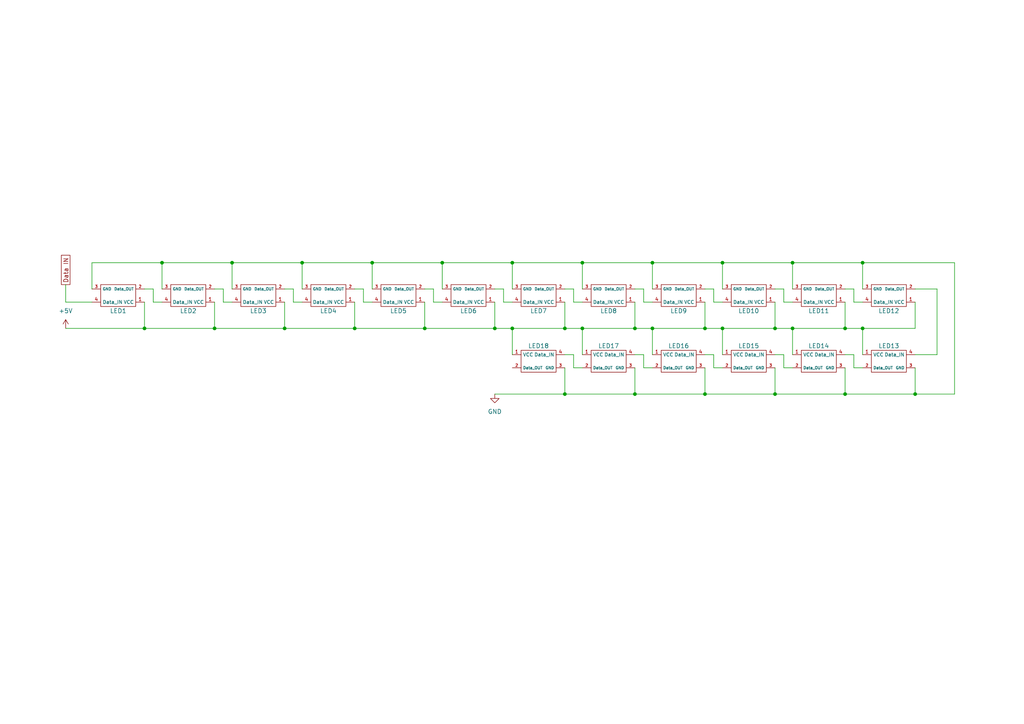
<source format=kicad_sch>
(kicad_sch (version 20231120) (generator "eeschema") (generator_version "8.0")
  (paper "A4")
  (lib_symbols
    (symbol "Custom:LED_SK6812RGBW_5050Metric_Pad1.5x1.5mm_HandSolder"
      (property "Reference" "LED" (at 0 2.54 0))
      (property "Value" "LED_SK6812RGBW_5050Metric_Pad1.5x1.5mm_HandSolder" (at 0 0 0))
      (symbol "LED_SK6812RGBW_5050Metric_Pad1.5x1.5mm_HandSolder_0_1"
        (rectangle (start -5.08 11.43) (end 5.08 5.08))
      )
      (symbol "LED_SK6812RGBW_5050Metric_Pad1.5x1.5mm_HandSolder_1_1"
        (pin input line (at -7.62 10.16 0) (length 2.54) (name "VCC") (number "1"))
        (pin output line (at -7.62 6.35 0) (length 2.54) (name "Data_OUT") (number "2"))
        (pin bidirectional line (at 7.62 6.35 180) (length 2.54) (name "GND") (number "3"))
        (pin input line (at 7.62 10.16 180) (length 2.54) (name "Data_IN") (number "4"))
      )
    )
    (symbol "LED_SK6812RGBW_5050Metric_Pad1.5x1.5mm_HandSolder_1"
      (property "Reference" "LED" (at 0 2.54 0))
      (property "Value" "LED_SK6812RGBW_5050Metric_Pad1.5x1.5mm_HandSolder_1" (at 0 0 0))
      (symbol "LED_SK6812RGBW_5050Metric_Pad1.5x1.5mm_HandSolder_1_0_1"
        (rectangle (start -5.08 11.43) (end 5.08 5.08))
      )
      (symbol "LED_SK6812RGBW_5050Metric_Pad1.5x1.5mm_HandSolder_1_1_1"
        (pin input line (at -7.62 10.16 0) (length 2.54) (name "VCC") (number "1"))
        (pin output line (at -7.62 6.35 0) (length 2.54) (name "Data_OUT") (number "2"))
        (pin bidirectional line (at 7.62 6.35 180) (length 2.54) (name "GND") (number "3"))
        (pin input line (at 7.62 10.16 180) (length 2.54) (name "Data_IN") (number "4"))
      )
    )
    (symbol "LED_SK6812RGBW_5050Metric_Pad1.5x1.5mm_HandSolder_10"
      (property "Reference" "LED" (at 0 2.54 0))
      (property "Value" "LED_SK6812RGBW_5050Metric_Pad1.5x1.5mm_HandSolder_10" (at 0 0 0))
      (symbol "LED_SK6812RGBW_5050Metric_Pad1.5x1.5mm_HandSolder_10_0_1"
        (rectangle (start -5.08 11.43) (end 5.08 5.08))
      )
      (symbol "LED_SK6812RGBW_5050Metric_Pad1.5x1.5mm_HandSolder_10_1_1"
        (pin input line (at -7.62 10.16 0) (length 2.54) (name "VCC") (number "1"))
        (pin output line (at -7.62 6.35 0) (length 2.54) (name "Data_OUT") (number "2"))
        (pin bidirectional line (at 7.62 6.35 180) (length 2.54) (name "GND") (number "3"))
        (pin input line (at 7.62 10.16 180) (length 2.54) (name "Data_IN") (number "4"))
      )
    )
    (symbol "LED_SK6812RGBW_5050Metric_Pad1.5x1.5mm_HandSolder_12"
      (property "Reference" "LED" (at 0 2.54 0))
      (property "Value" "LED_SK6812RGBW_5050Metric_Pad1.5x1.5mm_HandSolder_12" (at 0 0 0))
      (symbol "LED_SK6812RGBW_5050Metric_Pad1.5x1.5mm_HandSolder_12_0_1"
        (rectangle (start -5.08 11.43) (end 5.08 5.08))
      )
      (symbol "LED_SK6812RGBW_5050Metric_Pad1.5x1.5mm_HandSolder_12_1_1"
        (pin input line (at -7.62 10.16 0) (length 2.54) (name "VCC") (number "1"))
        (pin output line (at -7.62 6.35 0) (length 2.54) (name "Data_OUT") (number "2"))
        (pin bidirectional line (at 7.62 6.35 180) (length 2.54) (name "GND") (number "3"))
        (pin input line (at 7.62 10.16 180) (length 2.54) (name "Data_IN") (number "4"))
      )
    )
    (symbol "LED_SK6812RGBW_5050Metric_Pad1.5x1.5mm_HandSolder_13"
      (property "Reference" "LED" (at 0 2.54 0))
      (property "Value" "LED_SK6812RGBW_5050Metric_Pad1.5x1.5mm_HandSolder_13" (at 0 0 0))
      (symbol "LED_SK6812RGBW_5050Metric_Pad1.5x1.5mm_HandSolder_13_0_1"
        (rectangle (start -5.08 11.43) (end 5.08 5.08))
      )
      (symbol "LED_SK6812RGBW_5050Metric_Pad1.5x1.5mm_HandSolder_13_1_1"
        (pin input line (at -7.62 10.16 0) (length 2.54) (name "VCC") (number "1"))
        (pin output line (at -7.62 6.35 0) (length 2.54) (name "Data_OUT") (number "2"))
        (pin bidirectional line (at 7.62 6.35 180) (length 2.54) (name "GND") (number "3"))
        (pin input line (at 7.62 10.16 180) (length 2.54) (name "Data_IN") (number "4"))
      )
    )
    (symbol "LED_SK6812RGBW_5050Metric_Pad1.5x1.5mm_HandSolder_14"
      (property "Reference" "LED" (at 0 2.54 0))
      (property "Value" "LED_SK6812RGBW_5050Metric_Pad1.5x1.5mm_HandSolder_14" (at 0 0 0))
      (symbol "LED_SK6812RGBW_5050Metric_Pad1.5x1.5mm_HandSolder_14_0_1"
        (rectangle (start -5.08 11.43) (end 5.08 5.08))
      )
      (symbol "LED_SK6812RGBW_5050Metric_Pad1.5x1.5mm_HandSolder_14_1_1"
        (pin input line (at -7.62 10.16 0) (length 2.54) (name "VCC") (number "1"))
        (pin output line (at -7.62 6.35 0) (length 2.54) (name "Data_OUT") (number "2"))
        (pin bidirectional line (at 7.62 6.35 180) (length 2.54) (name "GND") (number "3"))
        (pin input line (at 7.62 10.16 180) (length 2.54) (name "Data_IN") (number "4"))
      )
    )
    (symbol "LED_SK6812RGBW_5050Metric_Pad1.5x1.5mm_HandSolder_15"
      (property "Reference" "LED" (at 0 2.54 0))
      (property "Value" "LED_SK6812RGBW_5050Metric_Pad1.5x1.5mm_HandSolder_15" (at 0 0 0))
      (symbol "LED_SK6812RGBW_5050Metric_Pad1.5x1.5mm_HandSolder_15_0_1"
        (rectangle (start -5.08 11.43) (end 5.08 5.08))
      )
      (symbol "LED_SK6812RGBW_5050Metric_Pad1.5x1.5mm_HandSolder_15_1_1"
        (pin input line (at -7.62 10.16 0) (length 2.54) (name "VCC") (number "1"))
        (pin output line (at -7.62 6.35 0) (length 2.54) (name "Data_OUT") (number "2"))
        (pin bidirectional line (at 7.62 6.35 180) (length 2.54) (name "GND") (number "3"))
        (pin input line (at 7.62 10.16 180) (length 2.54) (name "Data_IN") (number "4"))
      )
    )
    (symbol "LED_SK6812RGBW_5050Metric_Pad1.5x1.5mm_HandSolder_16"
      (property "Reference" "LED" (at 0 2.54 0))
      (property "Value" "LED_SK6812RGBW_5050Metric_Pad1.5x1.5mm_HandSolder_16" (at 0 0 0))
      (symbol "LED_SK6812RGBW_5050Metric_Pad1.5x1.5mm_HandSolder_16_0_1"
        (rectangle (start -5.08 11.43) (end 5.08 5.08))
      )
      (symbol "LED_SK6812RGBW_5050Metric_Pad1.5x1.5mm_HandSolder_16_1_1"
        (pin input line (at -7.62 10.16 0) (length 2.54) (name "VCC") (number "1"))
        (pin output line (at -7.62 6.35 0) (length 2.54) (name "Data_OUT") (number "2"))
        (pin bidirectional line (at 7.62 6.35 180) (length 2.54) (name "GND") (number "3"))
        (pin input line (at 7.62 10.16 180) (length 2.54) (name "Data_IN") (number "4"))
      )
    )
    (symbol "LED_SK6812RGBW_5050Metric_Pad1.5x1.5mm_HandSolder_17"
      (property "Reference" "LED" (at 0 2.54 0))
      (property "Value" "LED_SK6812RGBW_5050Metric_Pad1.5x1.5mm_HandSolder_17" (at 0 0 0))
      (symbol "LED_SK6812RGBW_5050Metric_Pad1.5x1.5mm_HandSolder_17_0_1"
        (rectangle (start -5.08 11.43) (end 5.08 5.08))
      )
      (symbol "LED_SK6812RGBW_5050Metric_Pad1.5x1.5mm_HandSolder_17_1_1"
        (pin input line (at -7.62 10.16 0) (length 2.54) (name "VCC") (number "1"))
        (pin output line (at -7.62 6.35 0) (length 2.54) (name "Data_OUT") (number "2"))
        (pin bidirectional line (at 7.62 6.35 180) (length 2.54) (name "GND") (number "3"))
        (pin input line (at 7.62 10.16 180) (length 2.54) (name "Data_IN") (number "4"))
      )
    )
    (symbol "LED_SK6812RGBW_5050Metric_Pad1.5x1.5mm_HandSolder_18"
      (property "Reference" "LED" (at 0 2.54 0))
      (property "Value" "LED_SK6812RGBW_5050Metric_Pad1.5x1.5mm_HandSolder_18" (at 0 0 0))
      (symbol "LED_SK6812RGBW_5050Metric_Pad1.5x1.5mm_HandSolder_18_0_1"
        (rectangle (start -5.08 11.43) (end 5.08 5.08))
      )
      (symbol "LED_SK6812RGBW_5050Metric_Pad1.5x1.5mm_HandSolder_18_1_1"
        (pin input line (at -7.62 10.16 0) (length 2.54) (name "VCC") (number "1"))
        (pin output line (at -7.62 6.35 0) (length 2.54) (name "Data_OUT") (number "2"))
        (pin bidirectional line (at 7.62 6.35 180) (length 2.54) (name "GND") (number "3"))
        (pin input line (at 7.62 10.16 180) (length 2.54) (name "Data_IN") (number "4"))
      )
    )
    (symbol "LED_SK6812RGBW_5050Metric_Pad1.5x1.5mm_HandSolder_19"
      (property "Reference" "LED" (at 0 2.54 0))
      (property "Value" "LED_SK6812RGBW_5050Metric_Pad1.5x1.5mm_HandSolder_19" (at 0 0 0))
      (symbol "LED_SK6812RGBW_5050Metric_Pad1.5x1.5mm_HandSolder_19_0_1"
        (rectangle (start -5.08 11.43) (end 5.08 5.08))
      )
      (symbol "LED_SK6812RGBW_5050Metric_Pad1.5x1.5mm_HandSolder_19_1_1"
        (pin input line (at -7.62 10.16 0) (length 2.54) (name "VCC") (number "1"))
        (pin output line (at -7.62 6.35 0) (length 2.54) (name "Data_OUT") (number "2"))
        (pin bidirectional line (at 7.62 6.35 180) (length 2.54) (name "GND") (number "3"))
        (pin input line (at 7.62 10.16 180) (length 2.54) (name "Data_IN") (number "4"))
      )
    )
    (symbol "LED_SK6812RGBW_5050Metric_Pad1.5x1.5mm_HandSolder_20"
      (property "Reference" "LED" (at 0 2.54 0))
      (property "Value" "LED_SK6812RGBW_5050Metric_Pad1.5x1.5mm_HandSolder_20" (at 0 0 0))
      (symbol "LED_SK6812RGBW_5050Metric_Pad1.5x1.5mm_HandSolder_20_0_1"
        (rectangle (start -5.08 11.43) (end 5.08 5.08))
      )
      (symbol "LED_SK6812RGBW_5050Metric_Pad1.5x1.5mm_HandSolder_20_1_1"
        (pin input line (at -7.62 10.16 0) (length 2.54) (name "VCC") (number "1"))
        (pin output line (at -7.62 6.35 0) (length 2.54) (name "Data_OUT") (number "2"))
        (pin bidirectional line (at 7.62 6.35 180) (length 2.54) (name "GND") (number "3"))
        (pin input line (at 7.62 10.16 180) (length 2.54) (name "Data_IN") (number "4"))
      )
    )
    (symbol "LED_SK6812RGBW_5050Metric_Pad1.5x1.5mm_HandSolder_21"
      (property "Reference" "LED" (at 0 2.54 0))
      (property "Value" "LED_SK6812RGBW_5050Metric_Pad1.5x1.5mm_HandSolder_21" (at 0 0 0))
      (symbol "LED_SK6812RGBW_5050Metric_Pad1.5x1.5mm_HandSolder_21_0_1"
        (rectangle (start -5.08 11.43) (end 5.08 5.08))
      )
      (symbol "LED_SK6812RGBW_5050Metric_Pad1.5x1.5mm_HandSolder_21_1_1"
        (pin input line (at -7.62 10.16 0) (length 2.54) (name "VCC") (number "1"))
        (pin output line (at -7.62 6.35 0) (length 2.54) (name "Data_OUT") (number "2"))
        (pin bidirectional line (at 7.62 6.35 180) (length 2.54) (name "GND") (number "3"))
        (pin input line (at 7.62 10.16 180) (length 2.54) (name "Data_IN") (number "4"))
      )
    )
    (symbol "LED_SK6812RGBW_5050Metric_Pad1.5x1.5mm_HandSolder_22"
      (property "Reference" "LED" (at 0 2.54 0))
      (property "Value" "LED_SK6812RGBW_5050Metric_Pad1.5x1.5mm_HandSolder_22" (at 0 0 0))
      (symbol "LED_SK6812RGBW_5050Metric_Pad1.5x1.5mm_HandSolder_22_0_1"
        (rectangle (start -5.08 11.43) (end 5.08 5.08))
      )
      (symbol "LED_SK6812RGBW_5050Metric_Pad1.5x1.5mm_HandSolder_22_1_1"
        (pin input line (at -7.62 10.16 0) (length 2.54) (name "VCC") (number "1"))
        (pin output line (at -7.62 6.35 0) (length 2.54) (name "Data_OUT") (number "2"))
        (pin bidirectional line (at 7.62 6.35 180) (length 2.54) (name "GND") (number "3"))
        (pin input line (at 7.62 10.16 180) (length 2.54) (name "Data_IN") (number "4"))
      )
    )
    (symbol "LED_SK6812RGBW_5050Metric_Pad1.5x1.5mm_HandSolder_23"
      (property "Reference" "LED" (at 0 2.54 0))
      (property "Value" "LED_SK6812RGBW_5050Metric_Pad1.5x1.5mm_HandSolder_23" (at 0 0 0))
      (symbol "LED_SK6812RGBW_5050Metric_Pad1.5x1.5mm_HandSolder_23_0_1"
        (rectangle (start -5.08 11.43) (end 5.08 5.08))
      )
      (symbol "LED_SK6812RGBW_5050Metric_Pad1.5x1.5mm_HandSolder_23_1_1"
        (pin input line (at -7.62 10.16 0) (length 2.54) (name "VCC") (number "1"))
        (pin output line (at -7.62 6.35 0) (length 2.54) (name "Data_OUT") (number "2"))
        (pin bidirectional line (at 7.62 6.35 180) (length 2.54) (name "GND") (number "3"))
        (pin input line (at 7.62 10.16 180) (length 2.54) (name "Data_IN") (number "4"))
      )
    )
    (symbol "LED_SK6812RGBW_5050Metric_Pad1.5x1.5mm_HandSolder_3"
      (property "Reference" "LED" (at 0 2.54 0))
      (property "Value" "LED_SK6812RGBW_5050Metric_Pad1.5x1.5mm_HandSolder_3" (at 0 0 0))
      (symbol "LED_SK6812RGBW_5050Metric_Pad1.5x1.5mm_HandSolder_3_0_1"
        (rectangle (start -5.08 11.43) (end 5.08 5.08))
      )
      (symbol "LED_SK6812RGBW_5050Metric_Pad1.5x1.5mm_HandSolder_3_1_1"
        (pin input line (at -7.62 10.16 0) (length 2.54) (name "VCC") (number "1"))
        (pin output line (at -7.62 6.35 0) (length 2.54) (name "Data_OUT") (number "2"))
        (pin bidirectional line (at 7.62 6.35 180) (length 2.54) (name "GND") (number "3"))
        (pin input line (at 7.62 10.16 180) (length 2.54) (name "Data_IN") (number "4"))
      )
    )
    (symbol "LED_SK6812RGBW_5050Metric_Pad1.5x1.5mm_HandSolder_7"
      (property "Reference" "LED" (at 0 2.54 0))
      (property "Value" "LED_SK6812RGBW_5050Metric_Pad1.5x1.5mm_HandSolder_7" (at 0 0 0))
      (symbol "LED_SK6812RGBW_5050Metric_Pad1.5x1.5mm_HandSolder_7_0_1"
        (rectangle (start -5.08 11.43) (end 5.08 5.08))
      )
      (symbol "LED_SK6812RGBW_5050Metric_Pad1.5x1.5mm_HandSolder_7_1_1"
        (pin input line (at -7.62 10.16 0) (length 2.54) (name "VCC") (number "1"))
        (pin output line (at -7.62 6.35 0) (length 2.54) (name "Data_OUT") (number "2"))
        (pin bidirectional line (at 7.62 6.35 180) (length 2.54) (name "GND") (number "3"))
        (pin input line (at 7.62 10.16 180) (length 2.54) (name "Data_IN") (number "4"))
      )
    )
    (symbol "power:+5V" (power) (pin_names (offset 0))
      (property "Value" "+5V" (at 0 3.556 0))
      (symbol "+5V_0_1"
        (polyline (pts (xy -0.762 1.27) (xy 0 2.54)))
        (polyline (pts (xy 0 0) (xy 0 2.54)))
        (polyline (pts (xy 0 2.54) (xy 0.762 1.27)))
      )
      (symbol "+5V_1_1"
        (pin power_in line (at 0 0 90) (length 0) hide (name "+5V") (number "1"))
      )
    )
    (symbol "power:GND" (power) (pin_names (offset 0))
      (property "Value" "GND" (at 0 -3.81 0))
      (symbol "GND_0_1"
        (polyline (pts (xy 0 0) (xy 0 -1.27) (xy 1.27 -1.27) (xy 0 -2.54) (xy -1.27 -1.27) (xy 0 -1.27)))
      )
      (symbol "GND_1_1"
        (pin power_in line (at 0 0 270) (length 0) hide (name "GND") (number "1"))
      )
    )
  )
  (junction (at 224.79 114.3))
  (junction (at 250.19 95.25))
  (junction (at 265.43 114.3))
  (junction (at 123.19 95.25))
  (junction (at 163.83 95.25))
  (junction (at 62.23 95.25))
  (junction (at 189.23 95.25))
  (junction (at 148.59 76.2))
  (junction (at 184.15 114.3))
  (junction (at 168.91 76.2))
  (junction (at 250.19 76.2))
  (junction (at 148.59 95.25))
  (junction (at 204.47 95.25))
  (junction (at 204.47 114.3))
  (junction (at 143.51 95.25))
  (junction (at 245.11 95.25))
  (junction (at 184.15 95.25))
  (junction (at 229.87 95.25))
  (junction (at 87.63 76.2))
  (junction (at 46.99 76.2))
  (junction (at 229.87 76.2))
  (junction (at 128.27 76.2))
  (junction (at 107.95 76.2))
  (junction (at 41.91 95.25))
  (junction (at 245.11 114.3))
  (junction (at 209.55 76.2))
  (junction (at 82.55 95.25))
  (junction (at 224.79 95.25))
  (junction (at 163.83 114.3))
  (junction (at 189.23 76.2))
  (junction (at 168.91 95.25))
  (junction (at 102.87 95.25))
  (junction (at 67.31 76.2))
  (junction (at 209.55 95.25))
  (wire (pts (xy 19.05 87.63) (xy 26.67 87.63)))
  (wire (pts (xy 250.19 95.25) (xy 265.43 95.25)))
  (wire (pts (xy 265.43 114.3) (xy 276.86 114.3)))
  (wire (pts (xy 82.55 87.63) (xy 82.55 95.25)))
  (wire (pts (xy 64.77 87.63) (xy 67.31 87.63)))
  (wire (pts (xy 82.55 95.25) (xy 102.87 95.25)))
  (wire (pts (xy 166.37 83.82) (xy 166.37 87.63)))
  (wire (pts (xy 62.23 83.82) (xy 64.77 83.82)))
  (wire (pts (xy 168.91 76.2) (xy 189.23 76.2)))
  (wire (pts (xy 163.83 106.68) (xy 163.83 114.3)))
  (wire (pts (xy 209.55 76.2) (xy 209.55 83.82)))
  (wire (pts (xy 207.01 87.63) (xy 209.55 87.63)))
  (wire (pts (xy 168.91 95.25) (xy 168.91 102.87)))
  (wire (pts (xy 148.59 76.2) (xy 168.91 76.2)))
  (wire (pts (xy 207.01 83.82) (xy 207.01 87.63)))
  (wire (pts (xy 163.83 102.87) (xy 166.37 102.87)))
  (wire (pts (xy 107.95 76.2) (xy 128.27 76.2)))
  (wire (pts (xy 67.31 76.2) (xy 67.31 83.82)))
  (wire (pts (xy 265.43 83.82) (xy 271.78 83.82)))
  (wire (pts (xy 207.01 106.68) (xy 207.01 102.87)))
  (wire (pts (xy 125.73 83.82) (xy 125.73 87.63)))
  (wire (pts (xy 107.95 76.2) (xy 107.95 83.82)))
  (wire (pts (xy 247.65 83.82) (xy 247.65 87.63)))
  (wire (pts (xy 186.69 83.82) (xy 186.69 87.63)))
  (wire (pts (xy 87.63 76.2) (xy 87.63 83.82)))
  (wire (pts (xy 41.91 87.63) (xy 41.91 95.25)))
  (wire (pts (xy 265.43 114.3) (xy 245.11 114.3)))
  (wire (pts (xy 128.27 76.2) (xy 128.27 83.82)))
  (wire (pts (xy 102.87 95.25) (xy 123.19 95.25)))
  (wire (pts (xy 184.15 114.3) (xy 163.83 114.3)))
  (wire (pts (xy 186.69 106.68) (xy 186.69 102.87)))
  (wire (pts (xy 250.19 76.2) (xy 276.86 76.2)))
  (wire (pts (xy 271.78 83.82) (xy 271.78 102.87)))
  (wire (pts (xy 204.47 95.25) (xy 189.23 95.25)))
  (wire (pts (xy 148.59 76.2) (xy 148.59 83.82)))
  (wire (pts (xy 148.59 95.25) (xy 143.51 95.25)))
  (wire (pts (xy 276.86 76.2) (xy 276.86 114.3)))
  (wire (pts (xy 224.79 95.25) (xy 209.55 95.25)))
  (wire (pts (xy 189.23 95.25) (xy 189.23 102.87)))
  (wire (pts (xy 227.33 106.68) (xy 227.33 102.87)))
  (wire (pts (xy 163.83 95.25) (xy 148.59 95.25)))
  (wire (pts (xy 204.47 106.68) (xy 204.47 114.3)))
  (wire (pts (xy 224.79 87.63) (xy 224.79 95.25)))
  (wire (pts (xy 250.19 76.2) (xy 250.19 83.82)))
  (wire (pts (xy 163.83 87.63) (xy 163.83 95.25)))
  (wire (pts (xy 19.05 82.55) (xy 19.05 87.63)))
  (wire (pts (xy 168.91 76.2) (xy 168.91 83.82)))
  (wire (pts (xy 189.23 95.25) (xy 184.15 95.25)))
  (wire (pts (xy 209.55 106.68) (xy 207.01 106.68)))
  (wire (pts (xy 209.55 95.25) (xy 209.55 102.87)))
  (wire (pts (xy 184.15 83.82) (xy 186.69 83.82)))
  (wire (pts (xy 189.23 76.2) (xy 189.23 83.82)))
  (wire (pts (xy 148.59 95.25) (xy 148.59 102.87)))
  (wire (pts (xy 265.43 106.68) (xy 265.43 114.3)))
  (wire (pts (xy 204.47 87.63) (xy 204.47 95.25)))
  (wire (pts (xy 265.43 102.87) (xy 271.78 102.87)))
  (wire (pts (xy 163.83 114.3) (xy 143.51 114.3)))
  (wire (pts (xy 189.23 76.2) (xy 209.55 76.2)))
  (wire (pts (xy 44.45 83.82) (xy 44.45 87.63)))
  (wire (pts (xy 227.33 87.63) (xy 229.87 87.63)))
  (wire (pts (xy 102.87 83.82) (xy 105.41 83.82)))
  (wire (pts (xy 204.47 114.3) (xy 184.15 114.3)))
  (wire (pts (xy 186.69 87.63) (xy 189.23 87.63)))
  (wire (pts (xy 209.55 76.2) (xy 229.87 76.2)))
  (wire (pts (xy 224.79 114.3) (xy 245.11 114.3)))
  (wire (pts (xy 67.31 76.2) (xy 87.63 76.2)))
  (wire (pts (xy 245.11 83.82) (xy 247.65 83.82)))
  (wire (pts (xy 41.91 83.82) (xy 44.45 83.82)))
  (wire (pts (xy 224.79 106.68) (xy 224.79 114.3)))
  (wire (pts (xy 166.37 106.68) (xy 166.37 102.87)))
  (wire (pts (xy 128.27 76.2) (xy 148.59 76.2)))
  (wire (pts (xy 229.87 95.25) (xy 245.11 95.25)))
  (wire (pts (xy 85.09 87.63) (xy 87.63 87.63)))
  (wire (pts (xy 227.33 83.82) (xy 227.33 87.63)))
  (wire (pts (xy 125.73 87.63) (xy 128.27 87.63)))
  (wire (pts (xy 143.51 83.82) (xy 146.05 83.82)))
  (wire (pts (xy 247.65 106.68) (xy 247.65 102.87)))
  (wire (pts (xy 245.11 95.25) (xy 250.19 95.25)))
  (wire (pts (xy 184.15 106.68) (xy 184.15 114.3)))
  (wire (pts (xy 204.47 114.3) (xy 224.79 114.3)))
  (wire (pts (xy 265.43 87.63) (xy 265.43 95.25)))
  (wire (pts (xy 62.23 87.63) (xy 62.23 95.25)))
  (wire (pts (xy 204.47 102.87) (xy 207.01 102.87)))
  (wire (pts (xy 224.79 102.87) (xy 227.33 102.87)))
  (wire (pts (xy 123.19 95.25) (xy 143.51 95.25)))
  (wire (pts (xy 102.87 87.63) (xy 102.87 95.25)))
  (wire (pts (xy 184.15 95.25) (xy 168.91 95.25)))
  (wire (pts (xy 146.05 83.82) (xy 146.05 87.63)))
  (wire (pts (xy 229.87 95.25) (xy 229.87 102.87)))
  (wire (pts (xy 245.11 87.63) (xy 245.11 95.25)))
  (wire (pts (xy 247.65 87.63) (xy 250.19 87.63)))
  (wire (pts (xy 250.19 106.68) (xy 247.65 106.68)))
  (wire (pts (xy 143.51 87.63) (xy 143.51 95.25)))
  (wire (pts (xy 46.99 76.2) (xy 67.31 76.2)))
  (wire (pts (xy 168.91 95.25) (xy 163.83 95.25)))
  (wire (pts (xy 245.11 106.68) (xy 245.11 114.3)))
  (wire (pts (xy 85.09 83.82) (xy 85.09 87.63)))
  (wire (pts (xy 87.63 76.2) (xy 107.95 76.2)))
  (wire (pts (xy 44.45 87.63) (xy 46.99 87.63)))
  (wire (pts (xy 229.87 76.2) (xy 229.87 83.82)))
  (wire (pts (xy 229.87 106.68) (xy 227.33 106.68)))
  (wire (pts (xy 209.55 95.25) (xy 204.47 95.25)))
  (wire (pts (xy 82.55 83.82) (xy 85.09 83.82)))
  (wire (pts (xy 19.05 95.25) (xy 41.91 95.25)))
  (wire (pts (xy 123.19 87.63) (xy 123.19 95.25)))
  (wire (pts (xy 46.99 76.2) (xy 46.99 83.82)))
  (wire (pts (xy 62.23 95.25) (xy 82.55 95.25)))
  (wire (pts (xy 163.83 83.82) (xy 166.37 83.82)))
  (wire (pts (xy 146.05 87.63) (xy 148.59 87.63)))
  (wire (pts (xy 184.15 102.87) (xy 186.69 102.87)))
  (wire (pts (xy 166.37 87.63) (xy 168.91 87.63)))
  (wire (pts (xy 64.77 83.82) (xy 64.77 87.63)))
  (wire (pts (xy 189.23 106.68) (xy 186.69 106.68)))
  (wire (pts (xy 41.91 95.25) (xy 62.23 95.25)))
  (wire (pts (xy 204.47 83.82) (xy 207.01 83.82)))
  (wire (pts (xy 245.11 102.87) (xy 247.65 102.87)))
  (wire (pts (xy 105.41 83.82) (xy 105.41 87.63)))
  (wire (pts (xy 229.87 95.25) (xy 224.79 95.25)))
  (wire (pts (xy 229.87 76.2) (xy 250.19 76.2)))
  (wire (pts (xy 250.19 102.87) (xy 250.19 95.25)))
  (wire (pts (xy 224.79 83.82) (xy 227.33 83.82)))
  (wire (pts (xy 123.19 83.82) (xy 125.73 83.82)))
  (wire (pts (xy 105.41 87.63) (xy 107.95 87.63)))
  (wire (pts (xy 168.91 106.68) (xy 166.37 106.68)))
  (wire (pts (xy 26.67 76.2) (xy 46.99 76.2)))
  (wire (pts (xy 184.15 87.63) (xy 184.15 95.25)))
  (wire (pts (xy 26.67 83.82) (xy 26.67 76.2)))
  (global_label "Data IN" (shape passive) (at 19.05 82.55 90) (property "Intersheetrefs" "${INTERSHEET_REFS}" (effects (hide yes))))
  (symbol (lib_id "Custom:LED_SK6812RGBW_5050Metric_Pad1.5x1.5mm_HandSolder") (at 196.85 113.03 0) (unit 1)
    (property "Reference" "LED16" (at 196.85 100.33 0))
    (property "Value" "LED_SK6812RGBW_5050Metric_Pad1.5x1.5mm_HandSolder" (effects (hide yes)))
    (property "Footprint" "Components:LED_SK6812RGBW_5050Metric_Pad1.5x1.5mm_HandSolder" (effects (hide yes)))
  )
  (symbol (lib_name "LED_SK6812RGBW_5050Metric_Pad1.5x1.5mm_HandSolder_17") (lib_id "Custom:LED_SK6812RGBW_5050Metric_Pad1.5x1.5mm_HandSolder") (at 237.49 113.03 0) (unit 1)
    (property "Reference" "LED14" (at 237.49 100.33 0))
    (property "Value" "LED_SK6812RGBW_5050Metric_Pad1.5x1.5mm_HandSolder" (effects (hide yes)))
    (property "Footprint" "Components:LED_SK6812RGBW_5050Metric_Pad1.5x1.5mm_HandSolder" (effects (hide yes)))
  )
  (symbol (lib_name "LED_SK6812RGBW_5050Metric_Pad1.5x1.5mm_HandSolder_22") (lib_id "Custom:LED_SK6812RGBW_5050Metric_Pad1.5x1.5mm_HandSolder") (at 257.81 113.03 0) (unit 1)
    (property "Reference" "LED13" (at 257.81 100.33 0))
    (property "Value" "LED_SK6812RGBW_5050Metric_Pad1.5x1.5mm_HandSolder" (effects (hide yes)))
    (property "Footprint" "Components:LED_SK6812RGBW_5050Metric_Pad1.5x1.5mm_HandSolder" (effects (hide yes)))
  )
  (symbol (lib_id "Custom:LED_SK6812RGBW_5050Metric_Pad1.5x1.5mm_HandSolder") (at 34.29 77.47 180) (unit 1)
    (property "Reference" "LED1" (at 34.29 90.17 0))
    (property "Value" "LED_SK6812RGBW_5050Metric_Pad1.5x1.5mm_HandSolder" (effects (hide yes)))
    (property "Footprint" "Components:LED_SK6812RGBW_5050Metric_Pad1.5x1.5mm_HandSolder" (effects (hide yes)))
  )
  (symbol (lib_name "LED_SK6812RGBW_5050Metric_Pad1.5x1.5mm_HandSolder_12") (lib_id "Custom:LED_SK6812RGBW_5050Metric_Pad1.5x1.5mm_HandSolder") (at 74.93 77.47 180) (unit 1)
    (property "Reference" "LED3" (at 74.93 90.17 0))
    (property "Value" "LED_SK6812RGBW_5050Metric_Pad1.5x1.5mm_HandSolder" (effects (hide yes)))
    (property "Footprint" "Components:LED_SK6812RGBW_5050Metric_Pad1.5x1.5mm_HandSolder" (effects (hide yes)))
  )
  (symbol (lib_name "LED_SK6812RGBW_5050Metric_Pad1.5x1.5mm_HandSolder_7") (lib_id "Custom:LED_SK6812RGBW_5050Metric_Pad1.5x1.5mm_HandSolder") (at 54.61 77.47 180) (unit 1)
    (property "Reference" "LED2" (at 54.61 90.17 0))
    (property "Value" "LED_SK6812RGBW_5050Metric_Pad1.5x1.5mm_HandSolder" (effects (hide yes)))
    (property "Footprint" "Components:LED_SK6812RGBW_5050Metric_Pad1.5x1.5mm_HandSolder" (effects (hide yes)))
  )
  (symbol (lib_name "LED_SK6812RGBW_5050Metric_Pad1.5x1.5mm_HandSolder_10") (lib_id "Custom:LED_SK6812RGBW_5050Metric_Pad1.5x1.5mm_HandSolder") (at 115.57 77.47 180) (unit 1)
    (property "Reference" "LED5" (at 115.57 90.17 0))
    (property "Value" "LED_SK6812RGBW_5050Metric_Pad1.5x1.5mm_HandSolder" (effects (hide yes)))
    (property "Footprint" "Components:LED_SK6812RGBW_5050Metric_Pad1.5x1.5mm_HandSolder" (effects (hide yes)))
  )
  (symbol (lib_name "LED_SK6812RGBW_5050Metric_Pad1.5x1.5mm_HandSolder_20") (lib_id "Custom:LED_SK6812RGBW_5050Metric_Pad1.5x1.5mm_HandSolder") (at 176.53 77.47 180) (unit 1)
    (property "Reference" "LED8" (at 176.53 90.17 0))
    (property "Value" "LED_SK6812RGBW_5050Metric_Pad1.5x1.5mm_HandSolder" (effects (hide yes)))
    (property "Footprint" "Components:LED_SK6812RGBW_5050Metric_Pad1.5x1.5mm_HandSolder" (effects (hide yes)))
  )
  (symbol (lib_name "LED_SK6812RGBW_5050Metric_Pad1.5x1.5mm_HandSolder_21") (lib_id "Custom:LED_SK6812RGBW_5050Metric_Pad1.5x1.5mm_HandSolder") (at 257.81 77.47 180) (unit 1)
    (property "Reference" "LED12" (at 257.81 90.17 0))
    (property "Value" "LED_SK6812RGBW_5050Metric_Pad1.5x1.5mm_HandSolder" (effects (hide yes)))
    (property "Footprint" "Components:LED_SK6812RGBW_5050Metric_Pad1.5x1.5mm_HandSolder" (effects (hide yes)))
  )
  (symbol (lib_name "LED_SK6812RGBW_5050Metric_Pad1.5x1.5mm_HandSolder_16") (lib_id "Custom:LED_SK6812RGBW_5050Metric_Pad1.5x1.5mm_HandSolder") (at 217.17 77.47 180) (unit 1)
    (property "Reference" "LED10" (at 217.17 90.17 0))
    (property "Value" "LED_SK6812RGBW_5050Metric_Pad1.5x1.5mm_HandSolder" (effects (hide yes)))
    (property "Footprint" "Components:LED_SK6812RGBW_5050Metric_Pad1.5x1.5mm_HandSolder" (effects (hide yes)))
  )
  (symbol (lib_id "power:+5V") (at 19.05 95.25 0) (unit 1)
    (property "Reference" "#PWR0101" (effects (hide yes)))
    (property "Value" "+5V" (at 19.05 90.17 0))
  )
  (symbol (lib_name "LED_SK6812RGBW_5050Metric_Pad1.5x1.5mm_HandSolder_14") (lib_id "Custom:LED_SK6812RGBW_5050Metric_Pad1.5x1.5mm_HandSolder") (at 156.21 77.47 180) (unit 1)
    (property "Reference" "LED7" (at 156.21 90.17 0))
    (property "Value" "LED_SK6812RGBW_5050Metric_Pad1.5x1.5mm_HandSolder" (effects (hide yes)))
    (property "Footprint" "Components:LED_SK6812RGBW_5050Metric_Pad1.5x1.5mm_HandSolder" (effects (hide yes)))
  )
  (symbol (lib_name "LED_SK6812RGBW_5050Metric_Pad1.5x1.5mm_HandSolder_3") (lib_id "Custom:LED_SK6812RGBW_5050Metric_Pad1.5x1.5mm_HandSolder") (at 95.25 77.47 180) (unit 1)
    (property "Reference" "LED4" (at 95.25 90.17 0))
    (property "Value" "LED_SK6812RGBW_5050Metric_Pad1.5x1.5mm_HandSolder" (effects (hide yes)))
    (property "Footprint" "Components:LED_SK6812RGBW_5050Metric_Pad1.5x1.5mm_HandSolder" (effects (hide yes)))
  )
  (symbol (lib_name "LED_SK6812RGBW_5050Metric_Pad1.5x1.5mm_HandSolder_23") (lib_id "Custom:LED_SK6812RGBW_5050Metric_Pad1.5x1.5mm_HandSolder") (at 196.85 77.47 180) (unit 1)
    (property "Reference" "LED9" (at 196.85 90.17 0))
    (property "Value" "LED_SK6812RGBW_5050Metric_Pad1.5x1.5mm_HandSolder" (effects (hide yes)))
    (property "Footprint" "Components:LED_SK6812RGBW_5050Metric_Pad1.5x1.5mm_HandSolder" (effects (hide yes)))
  )
  (symbol (lib_id "power:GND") (at 143.51 114.3 0) (unit 1)
    (property "Reference" "#PWR0102" (effects (hide yes)))
    (property "Value" "GND" (at 143.51 119.38 0))
  )
  (symbol (lib_name "LED_SK6812RGBW_5050Metric_Pad1.5x1.5mm_HandSolder_19") (lib_id "Custom:LED_SK6812RGBW_5050Metric_Pad1.5x1.5mm_HandSolder") (at 176.53 113.03 0) (unit 1)
    (property "Reference" "LED17" (at 176.53 100.33 0))
    (property "Value" "LED_SK6812RGBW_5050Metric_Pad1.5x1.5mm_HandSolder" (effects (hide yes)))
    (property "Footprint" "Components:LED_SK6812RGBW_5050Metric_Pad1.5x1.5mm_HandSolder" (effects (hide yes)))
  )
  (symbol (lib_name "LED_SK6812RGBW_5050Metric_Pad1.5x1.5mm_HandSolder_15") (lib_id "Custom:LED_SK6812RGBW_5050Metric_Pad1.5x1.5mm_HandSolder") (at 156.21 113.03 0) (unit 1)
    (property "Reference" "LED18" (at 156.21 100.33 0))
    (property "Value" "LED_SK6812RGBW_5050Metric_Pad1.5x1.5mm_HandSolder" (effects (hide yes)))
    (property "Footprint" "Components:LED_SK6812RGBW_5050Metric_Pad1.5x1.5mm_HandSolder" (effects (hide yes)))
  )
  (symbol (lib_name "LED_SK6812RGBW_5050Metric_Pad1.5x1.5mm_HandSolder_18") (lib_id "Custom:LED_SK6812RGBW_5050Metric_Pad1.5x1.5mm_HandSolder") (at 237.49 77.47 180) (unit 1)
    (property "Reference" "LED11" (at 237.49 90.17 0))
    (property "Value" "LED_SK6812RGBW_5050Metric_Pad1.5x1.5mm_HandSolder" (effects (hide yes)))
    (property "Footprint" "Components:LED_SK6812RGBW_5050Metric_Pad1.5x1.5mm_HandSolder" (effects (hide yes)))
  )
  (symbol (lib_name "LED_SK6812RGBW_5050Metric_Pad1.5x1.5mm_HandSolder_13") (lib_id "Custom:LED_SK6812RGBW_5050Metric_Pad1.5x1.5mm_HandSolder") (at 135.89 77.47 180) (unit 1)
    (property "Reference" "LED6" (at 135.89 90.17 0))
    (property "Value" "LED_SK6812RGBW_5050Metric_Pad1.5x1.5mm_HandSolder" (effects (hide yes)))
    (property "Footprint" "Components:LED_SK6812RGBW_5050Metric_Pad1.5x1.5mm_HandSolder" (effects (hide yes)))
  )
  (symbol (lib_name "LED_SK6812RGBW_5050Metric_Pad1.5x1.5mm_HandSolder_1") (lib_id "Custom:LED_SK6812RGBW_5050Metric_Pad1.5x1.5mm_HandSolder") (at 217.17 113.03 0) (unit 1)
    (property "Reference" "LED15" (at 217.17 100.33 0))
    (property "Value" "LED_SK6812RGBW_5050Metric_Pad1.5x1.5mm_HandSolder" (effects (hide yes)))
    (property "Footprint" "Components:LED_SK6812RGBW_5050Metric_Pad1.5x1.5mm_HandSolder" (effects (hide yes)))
  )
)
</source>
